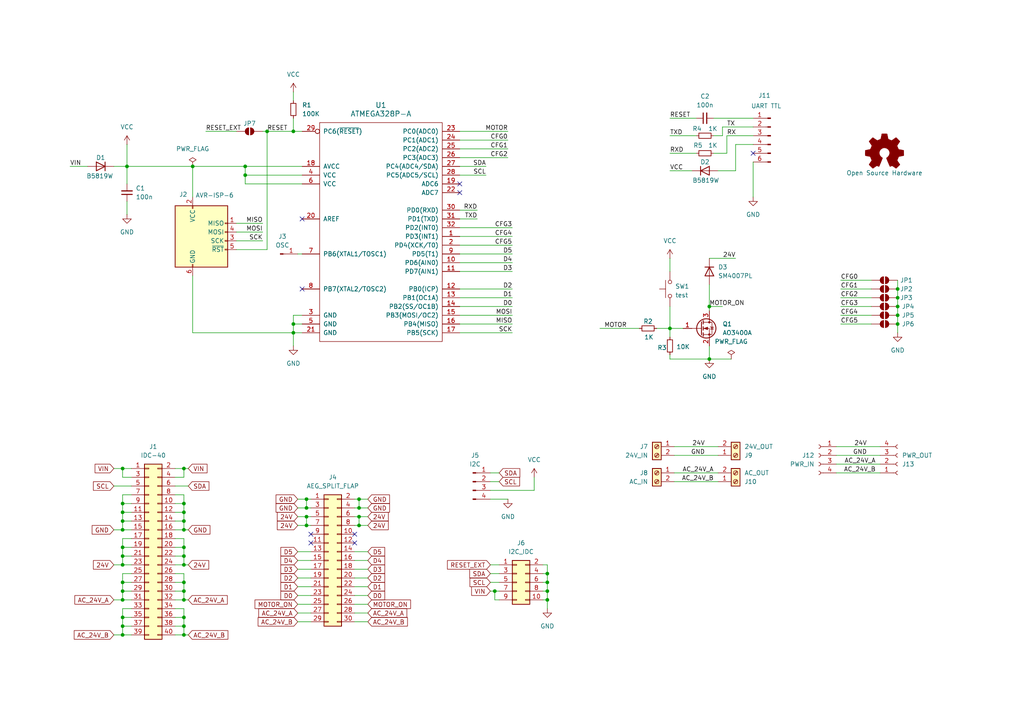
<source format=kicad_sch>
(kicad_sch (version 20231120) (generator "eeschema") (generator_version "8.0")
  (paper "A4")
  (title_block (title "Split-flap display controller") (date "2025-08-29") (rev "1.0.0"))
  (lib_symbols
    (symbol "Connector:AVR-ISP-6" (pin_names (offset 1.016))
      (property "Reference" "J" (at -6.35 11.43 0))
      (property "Value" "AVR-ISP-6" (at 0 11.43 0))
      (symbol "AVR-ISP-6_1_1"
        (pin passive line (at 10.16 5.08 180) (length 2.54) (name "MISO") (number "1"))
        (pin passive line (at -2.54 12.7 270) (length 2.54) (name "VCC") (number "2"))
        (pin passive line (at 10.16 0 180) (length 2.54) (name "SCK") (number "3"))
        (pin passive line (at 10.16 2.54 180) (length 2.54) (name "MOSI") (number "4"))
        (pin passive line (at 10.16 -2.54 180) (length 2.54) (name "~{RST}") (number "5"))
        (pin passive line (at -2.54 -10.16 90) (length 2.54) (name "GND") (number "6"))
      )
    )
    (symbol "Connector:Conn_01x01_Pin" (pin_names (offset 1.016) hide)
      (property "Reference" "J" (at 0 2.54 0))
      (property "Value" "Conn_01x01_Pin" (at 0 -2.54 0))
      (symbol "Conn_01x01_Pin_1_1"
        (pin passive line (at 5.08 0 180) (length 3.81) (name "Pin_1") (number "1"))
      )
    )
    (symbol "Connector:Conn_01x04_Pin" (pin_names (offset 1.016) hide)
      (property "Reference" "J" (at 0 5.08 0))
      (property "Value" "Conn_01x04_Pin" (at 0 -7.62 0))
      (symbol "Conn_01x04_Pin_1_1"
        (pin passive line (at 5.08 2.54 180) (length 3.81) (name "Pin_1") (number "1"))
        (pin passive line (at 5.08 0 180) (length 3.81) (name "Pin_2") (number "2"))
        (pin passive line (at 5.08 -2.54 180) (length 3.81) (name "Pin_3") (number "3"))
        (pin passive line (at 5.08 -5.08 180) (length 3.81) (name "Pin_4") (number "4"))
      )
    )
    (symbol "Connector:Conn_01x04_Socket" (pin_names (offset 1.016) hide)
      (property "Reference" "J" (at 0 5.08 0))
      (property "Value" "Conn_01x04_Socket" (at 0 -7.62 0))
      (symbol "Conn_01x04_Socket_1_1"
        (pin passive line (at -5.08 2.54 0) (length 3.81) (name "Pin_1") (number "1"))
        (pin passive line (at -5.08 0 0) (length 3.81) (name "Pin_2") (number "2"))
        (pin passive line (at -5.08 -2.54 0) (length 3.81) (name "Pin_3") (number "3"))
        (pin passive line (at -5.08 -5.08 0) (length 3.81) (name "Pin_4") (number "4"))
      )
    )
    (symbol "Connector:Conn_01x06_Pin" (pin_names (offset 1.016) hide)
      (property "Reference" "J" (at 0 7.62 0))
      (property "Value" "Conn_01x06_Pin" (at 0 -10.16 0))
      (symbol "Conn_01x06_Pin_1_1"
        (pin passive line (at 5.08 5.08 180) (length 3.81) (name "Pin_1") (number "1"))
        (pin passive line (at 5.08 2.54 180) (length 3.81) (name "Pin_2") (number "2"))
        (pin passive line (at 5.08 0 180) (length 3.81) (name "Pin_3") (number "3"))
        (pin passive line (at 5.08 -2.54 180) (length 3.81) (name "Pin_4") (number "4"))
        (pin passive line (at 5.08 -5.08 180) (length 3.81) (name "Pin_5") (number "5"))
        (pin passive line (at 5.08 -7.62 180) (length 3.81) (name "Pin_6") (number "6"))
      )
    )
    (symbol "Connector:Screw_Terminal_01x02" (pin_names (offset 1.016) hide)
      (property "Reference" "J" (at 0 2.54 0))
      (property "Value" "Screw_Terminal_01x02" (at 0 -5.08 0))
      (symbol "Screw_Terminal_01x02_1_1"
        (pin passive line (at -5.08 0 0) (length 3.81) (name "Pin_1") (number "1"))
        (pin passive line (at -5.08 -2.54 0) (length 3.81) (name "Pin_2") (number "2"))
      )
    )
    (symbol "Connector_Generic:Conn_02x05_Odd_Even" (pin_names (offset 1.016) hide)
      (property "Reference" "J" (at 1.27 7.62 0))
      (property "Value" "Conn_02x05_Odd_Even" (at 1.27 -7.62 0))
      (symbol "Conn_02x05_Odd_Even_1_1"
        (pin passive line (at -5.08 5.08 0) (length 3.81) (name "Pin_1") (number "1"))
        (pin passive line (at 7.62 -5.08 180) (length 3.81) (name "Pin_10") (number "10"))
        (pin passive line (at 7.62 5.08 180) (length 3.81) (name "Pin_2") (number "2"))
        (pin passive line (at -5.08 2.54 0) (length 3.81) (name "Pin_3") (number "3"))
        (pin passive line (at 7.62 2.54 180) (length 3.81) (name "Pin_4") (number "4"))
        (pin passive line (at -5.08 0 0) (length 3.81) (name "Pin_5") (number "5"))
        (pin passive line (at 7.62 0 180) (length 3.81) (name "Pin_6") (number "6"))
        (pin passive line (at -5.08 -2.54 0) (length 3.81) (name "Pin_7") (number "7"))
        (pin passive line (at 7.62 -2.54 180) (length 3.81) (name "Pin_8") (number "8"))
        (pin passive line (at -5.08 -5.08 0) (length 3.81) (name "Pin_9") (number "9"))
      )
    )
    (symbol "Connector_Generic:Conn_02x15_Odd_Even" (pin_names (offset 1.016) hide)
      (property "Reference" "J" (at 1.27 20.32 0))
      (property "Value" "Conn_02x15_Odd_Even" (at 1.27 -20.32 0))
      (symbol "Conn_02x15_Odd_Even_1_1"
        (pin passive line (at -5.08 17.78 0) (length 3.81) (name "Pin_1") (number "1"))
        (pin passive line (at 7.62 7.62 180) (length 3.81) (name "Pin_10") (number "10"))
        (pin passive line (at -5.08 5.08 0) (length 3.81) (name "Pin_11") (number "11"))
        (pin passive line (at 7.62 5.08 180) (length 3.81) (name "Pin_12") (number "12"))
        (pin passive line (at -5.08 2.54 0) (length 3.81) (name "Pin_13") (number "13"))
        (pin passive line (at 7.62 2.54 180) (length 3.81) (name "Pin_14") (number "14"))
        (pin passive line (at -5.08 0 0) (length 3.81) (name "Pin_15") (number "15"))
        (pin passive line (at 7.62 0 180) (length 3.81) (name "Pin_16") (number "16"))
        (pin passive line (at -5.08 -2.54 0) (length 3.81) (name "Pin_17") (number "17"))
        (pin passive line (at 7.62 -2.54 180) (length 3.81) (name "Pin_18") (number "18"))
        (pin passive line (at -5.08 -5.08 0) (length 3.81) (name "Pin_19") (number "19"))
        (pin passive line (at 7.62 17.78 180) (length 3.81) (name "Pin_2") (number "2"))
        (pin passive line (at 7.62 -5.08 180) (length 3.81) (name "Pin_20") (number "20"))
        (pin passive line (at -5.08 -7.62 0) (length 3.81) (name "Pin_21") (number "21"))
        (pin passive line (at 7.62 -7.62 180) (length 3.81) (name "Pin_22") (number "22"))
        (pin passive line (at -5.08 -10.16 0) (length 3.81) (name "Pin_23") (number "23"))
        (pin passive line (at 7.62 -10.16 180) (length 3.81) (name "Pin_24") (number "24"))
        (pin passive line (at -5.08 -12.7 0) (length 3.81) (name "Pin_25") (number "25"))
        (pin passive line (at 7.62 -12.7 180) (length 3.81) (name "Pin_26") (number "26"))
        (pin passive line (at -5.08 -15.24 0) (length 3.81) (name "Pin_27") (number "27"))
        (pin passive line (at 7.62 -15.24 180) (length 3.81) (name "Pin_28") (number "28"))
        (pin passive line (at -5.08 -17.78 0) (length 3.81) (name "Pin_29") (number "29"))
        (pin passive line (at -5.08 15.24 0) (length 3.81) (name "Pin_3") (number "3"))
        (pin passive line (at 7.62 -17.78 180) (length 3.81) (name "Pin_30") (number "30"))
        (pin passive line (at 7.62 15.24 180) (length 3.81) (name "Pin_4") (number "4"))
        (pin passive line (at -5.08 12.7 0) (length 3.81) (name "Pin_5") (number "5"))
        (pin passive line (at 7.62 12.7 180) (length 3.81) (name "Pin_6") (number "6"))
        (pin passive line (at -5.08 10.16 0) (length 3.81) (name "Pin_7") (number "7"))
        (pin passive line (at 7.62 10.16 180) (length 3.81) (name "Pin_8") (number "8"))
        (pin passive line (at -5.08 7.62 0) (length 3.81) (name "Pin_9") (number "9"))
      )
    )
    (symbol "Connector_Generic:Conn_02x20_Odd_Even" (pin_names (offset 1.016) hide)
      (property "Reference" "J" (at 1.27 25.4 0))
      (property "Value" "Conn_02x20_Odd_Even" (at 1.27 -27.94 0))
      (symbol "Conn_02x20_Odd_Even_1_1"
        (pin passive line (at -5.08 22.86 0) (length 3.81) (name "Pin_1") (number "1"))
        (pin passive line (at 7.62 12.7 180) (length 3.81) (name "Pin_10") (number "10"))
        (pin passive line (at -5.08 10.16 0) (length 3.81) (name "Pin_11") (number "11"))
        (pin passive line (at 7.62 10.16 180) (length 3.81) (name "Pin_12") (number "12"))
        (pin passive line (at -5.08 7.62 0) (length 3.81) (name "Pin_13") (number "13"))
        (pin passive line (at 7.62 7.62 180) (length 3.81) (name "Pin_14") (number "14"))
        (pin passive line (at -5.08 5.08 0) (length 3.81) (name "Pin_15") (number "15"))
        (pin passive line (at 7.62 5.08 180) (length 3.81) (name "Pin_16") (number "16"))
        (pin passive line (at -5.08 2.54 0) (length 3.81) (name "Pin_17") (number "17"))
        (pin passive line (at 7.62 2.54 180) (length 3.81) (name "Pin_18") (number "18"))
        (pin passive line (at -5.08 0 0) (length 3.81) (name "Pin_19") (number "19"))
        (pin passive line (at 7.62 22.86 180) (length 3.81) (name "Pin_2") (number "2"))
        (pin passive line (at 7.62 0 180) (length 3.81) (name "Pin_20") (number "20"))
        (pin passive line (at -5.08 -2.54 0) (length 3.81) (name "Pin_21") (number "21"))
        (pin passive line (at 7.62 -2.54 180) (length 3.81) (name "Pin_22") (number "22"))
        (pin passive line (at -5.08 -5.08 0) (length 3.81) (name "Pin_23") (number "23"))
        (pin passive line (at 7.62 -5.08 180) (length 3.81) (name "Pin_24") (number "24"))
        (pin passive line (at -5.08 -7.62 0) (length 3.81) (name "Pin_25") (number "25"))
        (pin passive line (at 7.62 -7.62 180) (length 3.81) (name "Pin_26") (number "26"))
        (pin passive line (at -5.08 -10.16 0) (length 3.81) (name "Pin_27") (number "27"))
        (pin passive line (at 7.62 -10.16 180) (length 3.81) (name "Pin_28") (number "28"))
        (pin passive line (at -5.08 -12.7 0) (length 3.81) (name "Pin_29") (number "29"))
        (pin passive line (at -5.08 20.32 0) (length 3.81) (name "Pin_3") (number "3"))
        (pin passive line (at 7.62 -12.7 180) (length 3.81) (name "Pin_30") (number "30"))
        (pin passive line (at -5.08 -15.24 0) (length 3.81) (name "Pin_31") (number "31"))
        (pin passive line (at 7.62 -15.24 180) (length 3.81) (name "Pin_32") (number "32"))
        (pin passive line (at -5.08 -17.78 0) (length 3.81) (name "Pin_33") (number "33"))
        (pin passive line (at 7.62 -17.78 180) (length 3.81) (name "Pin_34") (number "34"))
        (pin passive line (at -5.08 -20.32 0) (length 3.81) (name "Pin_35") (number "35"))
        (pin passive line (at 7.62 -20.32 180) (length 3.81) (name "Pin_36") (number "36"))
        (pin passive line (at -5.08 -22.86 0) (length 3.81) (name "Pin_37") (number "37"))
        (pin passive line (at 7.62 -22.86 180) (length 3.81) (name "Pin_38") (number "38"))
        (pin passive line (at -5.08 -25.4 0) (length 3.81) (name "Pin_39") (number "39"))
        (pin passive line (at 7.62 20.32 180) (length 3.81) (name "Pin_4") (number "4"))
        (pin passive line (at 7.62 -25.4 180) (length 3.81) (name "Pin_40") (number "40"))
        (pin passive line (at -5.08 17.78 0) (length 3.81) (name "Pin_5") (number "5"))
        (pin passive line (at 7.62 17.78 180) (length 3.81) (name "Pin_6") (number "6"))
        (pin passive line (at -5.08 15.24 0) (length 3.81) (name "Pin_7") (number "7"))
        (pin passive line (at 7.62 15.24 180) (length 3.81) (name "Pin_8") (number "8"))
        (pin passive line (at -5.08 12.7 0) (length 3.81) (name "Pin_9") (number "9"))
      )
    )
    (symbol "Device:C_Small" (pin_numbers hide) (pin_names (offset 0.254) hide)
      (property "Reference" "C" (at 0.254 1.778 0))
      (property "Value" "C_Small" (at 0.254 -2.032 0))
      (symbol "C_Small_1_1"
        (pin passive line (at 0 2.54 270) (length 2.032) (name "~") (number "1"))
        (pin passive line (at 0 -2.54 90) (length 2.032) (name "~") (number "2"))
      )
    )
    (symbol "Device:D" (pin_numbers hide) (pin_names (offset 1.016) hide)
      (property "Reference" "D" (at 0 2.54 0))
      (property "Value" "D" (at 0 -2.54 0))
      (symbol "D_1_1"
        (pin passive line (at -3.81 0 0) (length 2.54) (name "K") (number "1"))
        (pin passive line (at 3.81 0 180) (length 2.54) (name "A") (number "2"))
      )
    )
    (symbol "Device:R_Small" (pin_numbers hide) (pin_names (offset 0.254) hide)
      (property "Reference" "R" (at 0.762 0.508 0))
      (property "Value" "R_Small" (at 0.762 -1.016 0))
      (symbol "R_Small_1_1"
        (pin passive line (at 0 2.54 270) (length 0.762) (name "~") (number "1"))
        (pin passive line (at 0 -2.54 90) (length 0.762) (name "~") (number "2"))
      )
    )
    (symbol "Graphic:Logo_Open_Hardware_Small" (in_bom no) (on_board no))
    (symbol "Jumper:SolderJumper_2_Open" (pin_numbers hide) (pin_names (offset 0) hide) (exclude_from_sim yes) (in_bom no)
      (property "Reference" "JP" (at 0 2.032 0))
      (property "Value" "SolderJumper_2_Open" (at 0 -2.54 0))
      (symbol "SolderJumper_2_Open_1_1"
        (pin passive line (at -3.81 0 0) (length 2.54) (name "A") (number "1"))
        (pin passive line (at 3.81 0 180) (length 2.54) (name "B") (number "2"))
      )
    )
    (symbol "SKiselev:ATMEGA328P-A" (pin_names (offset 1.016))
      (property "Reference" "U" (at -17.78 33.02 0))
      (property "Value" "ATMEGA328P-A" (at -17.78 -34.29 0))
      (symbol "ATMEGA328P-A_1_1"
        (pin bidirectional line (at 22.86 -1.27 180) (length 5.08) (name "PD3(INT1)") (number "1"))
        (pin bidirectional line (at 22.86 -8.89 180) (length 5.08) (name "PD6(AIN0)") (number "10"))
        (pin bidirectional line (at 22.86 -11.43 180) (length 5.08) (name "PD7(AIN1)") (number "11"))
        (pin bidirectional line (at 22.86 -16.51 180) (length 5.08) (name "PB0(ICP)") (number "12"))
        (pin bidirectional line (at 22.86 -19.05 180) (length 5.08) (name "PB1(OC1A)") (number "13"))
        (pin bidirectional line (at 22.86 -21.59 180) (length 5.08) (name "PB2(SS/OC1B)") (number "14"))
        (pin bidirectional line (at 22.86 -24.13 180) (length 5.08) (name "PB3(MOSI/OC2)") (number "15"))
        (pin bidirectional line (at 22.86 -26.67 180) (length 5.08) (name "PB4(MISO)") (number "16"))
        (pin bidirectional line (at 22.86 -29.21 180) (length 5.08) (name "PB5(SCK)") (number "17"))
        (pin power_in line (at -22.86 19.05 0) (length 5.08) (name "AVCC") (number "18"))
        (pin bidirectional line (at 22.86 13.97 180) (length 5.08) (name "ADC6") (number "19"))
        (pin bidirectional line (at 22.86 -3.81 180) (length 5.08) (name "PD4(XCK/T0)") (number "2"))
        (pin input line (at -22.86 3.81 0) (length 5.08) (name "AREF") (number "20"))
        (pin power_in line (at -22.86 -29.21 0) (length 5.08) (name "GND") (number "21"))
        (pin bidirectional line (at 22.86 11.43 180) (length 5.08) (name "ADC7") (number "22"))
        (pin bidirectional line (at 22.86 29.21 180) (length 5.08) (name "PC0(ADC0)") (number "23"))
        (pin bidirectional line (at 22.86 26.67 180) (length 5.08) (name "PC1(ADC1)") (number "24"))
        (pin bidirectional line (at 22.86 24.13 180) (length 5.08) (name "PC2(ADC2)") (number "25"))
        (pin bidirectional line (at 22.86 21.59 180) (length 5.08) (name "PC3(ADC3)") (number "26"))
        (pin bidirectional line (at 22.86 19.05 180) (length 5.08) (name "PC4(ADC4/SDA)") (number "27"))
        (pin bidirectional line (at 22.86 16.51 180) (length 5.08) (name "PC5(ADC5/SCL)") (number "28"))
        (pin bidirectional inverted (at -22.86 29.21 0) (length 5.08) (name "PC6(~{RESET})") (number "29"))
        (pin power_in line (at -22.86 -24.13 0) (length 5.08) (name "GND") (number "3"))
        (pin bidirectional line (at 22.86 6.35 180) (length 5.08) (name "PD0(RXD)") (number "30"))
        (pin bidirectional line (at 22.86 3.81 180) (length 5.08) (name "PD1(TXD)") (number "31"))
        (pin bidirectional line (at 22.86 1.27 180) (length 5.08) (name "PD2(INT0)") (number "32"))
        (pin power_in line (at -22.86 16.51 0) (length 5.08) (name "VCC") (number "4"))
        (pin power_in line (at -22.86 -26.67 0) (length 5.08) (name "GND") (number "5"))
        (pin power_in line (at -22.86 13.97 0) (length 5.08) (name "VCC") (number "6"))
        (pin input line (at -22.86 -6.35 0) (length 5.08) (name "PB6(XTAL1/TOSC1)") (number "7"))
        (pin output line (at -22.86 -16.51 0) (length 5.08) (name "PB7(XTAL2/TOSC2)") (number "8"))
        (pin bidirectional line (at 22.86 -6.35 180) (length 5.08) (name "PD5(T1)") (number "9"))
      )
    )
    (symbol "Switch:SW_Push" (pin_numbers hide) (pin_names (offset 1.016) hide)
      (property "Reference" "SW" (at 1.27 2.54 0))
      (property "Value" "SW_Push" (at 0 -1.524 0))
      (symbol "SW_Push_0_1"
        (pin passive line (at -5.08 0 0) (length 2.54) (name "1") (number "1"))
        (pin passive line (at 5.08 0 180) (length 2.54) (name "2") (number "2"))
      )
    )
    (symbol "Transistor_FET:AO3400A" (pin_names hide)
      (property "Reference" "Q" (at 5.08 1.905 0))
      (property "Value" "AO3400A" (at 5.08 0 0))
      (symbol "AO3400A_1_1"
        (pin input line (at -5.08 0 0) (length 2.54) (name "G") (number "1"))
        (pin passive line (at 2.54 -5.08 90) (length 2.54) (name "S") (number "2"))
        (pin passive line (at 2.54 5.08 270) (length 2.54) (name "D") (number "3"))
      )
    )
    (symbol "power:GND" (power) (pin_numbers hide) (pin_names (offset 0) hide)
      (property "Value" "GND" (at 0 -3.81 0))
      (symbol "GND_1_1"
        (pin power_in line (at 0 0 270) (length 0) (name "~") (number "1"))
      )
    )
    (symbol "power:PWR_FLAG" (power) (pin_numbers hide) (pin_names (offset 0) hide)
      (property "Value" "PWR_FLAG" (at 0 3.81 0))
      (symbol "PWR_FLAG_0_0"
        (pin power_out line (at 0 0 90) (length 0) (name "~") (number "1"))
      )
    )
    (symbol "power:VCC" (power) (pin_numbers hide) (pin_names (offset 0) hide)
      (property "Value" "VCC" (at 0 3.556 0))
      (symbol "VCC_1_1"
        (pin power_in line (at 0 0 90) (length 0) (name "~") (number "1"))
      )
    )
  )
  (junction (at 158.75 166.37))
  (junction (at 88.9 144.78))
  (junction (at 158.75 168.91))
  (junction (at 53.34 161.29))
  (junction (at 205.74 88.9))
  (junction (at 35.56 158.75))
  (junction (at 260.35 88.9))
  (junction (at 77.47 38.1))
  (junction (at 35.56 161.29))
  (junction (at 85.09 96.52))
  (junction (at 35.56 148.59))
  (junction (at 35.56 135.89))
  (junction (at 71.12 48.26))
  (junction (at 260.35 86.36))
  (junction (at 88.9 149.86))
  (junction (at 88.9 147.32))
  (junction (at 35.56 179.07))
  (junction (at 158.75 171.45))
  (junction (at 104.14 152.4))
  (junction (at 88.9 152.4))
  (junction (at 55.88 48.26))
  (junction (at 104.14 147.32))
  (junction (at 53.34 163.83))
  (junction (at 53.34 173.99))
  (junction (at 35.56 173.99))
  (junction (at 36.83 48.26))
  (junction (at 35.56 181.61))
  (junction (at 35.56 171.45))
  (junction (at 53.34 168.91))
  (junction (at 53.34 179.07))
  (junction (at 53.34 171.45))
  (junction (at 35.56 153.67))
  (junction (at 35.56 151.13))
  (junction (at 35.56 168.91))
  (junction (at 35.56 184.15))
  (junction (at 158.75 173.99))
  (junction (at 53.34 135.89))
  (junction (at 104.14 144.78))
  (junction (at 35.56 146.05))
  (junction (at 260.35 93.98))
  (junction (at 85.09 93.98))
  (junction (at 205.74 104.14))
  (junction (at 53.34 146.05))
  (junction (at 104.14 149.86))
  (junction (at 143.51 171.45))
  (junction (at 85.09 38.1))
  (junction (at 53.34 184.15))
  (junction (at 53.34 153.67))
  (junction (at 260.35 83.82))
  (junction (at 194.31 95.25))
  (junction (at 53.34 181.61))
  (junction (at 53.34 158.75))
  (junction (at 260.35 91.44))
  (junction (at 53.34 151.13))
  (junction (at 71.12 50.8))
  (junction (at 53.34 148.59))
  (junction (at 35.56 163.83))
  (no_connect (at 87.63 83.82))
  (no_connect (at 133.35 53.34))
  (no_connect (at 102.87 154.94))
  (no_connect (at 90.17 157.48))
  (no_connect (at 102.87 157.48))
  (no_connect (at 87.63 63.5))
  (no_connect (at 90.17 154.94))
  (no_connect (at 218.44 44.45))
  (no_connect (at 133.35 55.88))
  (wire (pts (xy 142.24 163.83) (xy 144.78 163.83)))
  (wire (pts (xy 53.34 179.07) (xy 53.34 181.61)))
  (wire (pts (xy 53.34 184.15) (xy 54.61 184.15)))
  (wire (pts (xy 190.5 95.25) (xy 194.31 95.25)))
  (wire (pts (xy 53.34 163.83) (xy 54.61 163.83)))
  (wire (pts (xy 106.68 172.72) (xy 102.87 172.72)))
  (wire (pts (xy 260.35 83.82) (xy 260.35 81.28)))
  (wire (pts (xy 38.1 143.51) (xy 35.56 143.51)))
  (wire (pts (xy 85.09 91.44) (xy 87.63 91.44)))
  (wire (pts (xy 143.51 171.45) (xy 144.78 171.45)))
  (wire (pts (xy 53.34 156.21) (xy 53.34 158.75)))
  (wire (pts (xy 133.35 43.18) (xy 147.32 43.18)))
  (wire (pts (xy 35.56 179.07) (xy 35.56 181.61)))
  (wire (pts (xy 106.68 147.32) (xy 104.14 147.32)))
  (wire (pts (xy 133.35 86.36) (xy 148.59 86.36)))
  (wire (pts (xy 158.75 171.45) (xy 158.75 173.99)))
  (wire (pts (xy 50.8 168.91) (xy 53.34 168.91)))
  (wire (pts (xy 260.35 86.36) (xy 260.35 83.82)))
  (wire (pts (xy 33.02 163.83) (xy 35.56 163.83)))
  (wire (pts (xy 86.36 180.34) (xy 90.17 180.34)))
  (wire (pts (xy 143.51 173.99) (xy 144.78 173.99)))
  (wire (pts (xy 20.32 48.26) (xy 25.4 48.26)))
  (wire (pts (xy 213.36 41.91) (xy 218.44 41.91)))
  (wire (pts (xy 157.48 171.45) (xy 158.75 171.45)))
  (wire (pts (xy 207.01 44.45) (xy 210.82 44.45)))
  (wire (pts (xy 133.35 68.58) (xy 148.59 68.58)))
  (wire (pts (xy 50.8 135.89) (xy 53.34 135.89)))
  (wire (pts (xy 243.84 93.98) (xy 252.73 93.98)))
  (wire (pts (xy 243.84 91.44) (xy 252.73 91.44)))
  (wire (pts (xy 243.84 88.9) (xy 252.73 88.9)))
  (wire (pts (xy 33.02 48.26) (xy 36.83 48.26)))
  (wire (pts (xy 50.8 148.59) (xy 53.34 148.59)))
  (wire (pts (xy 50.8 173.99) (xy 53.34 173.99)))
  (wire (pts (xy 35.56 171.45) (xy 35.56 173.99)))
  (wire (pts (xy 106.68 152.4) (xy 104.14 152.4)))
  (wire (pts (xy 38.1 176.53) (xy 35.56 176.53)))
  (wire (pts (xy 195.58 139.7) (xy 208.28 139.7)))
  (wire (pts (xy 205.74 100.33) (xy 205.74 104.14)))
  (wire (pts (xy 106.68 149.86) (xy 104.14 149.86)))
  (wire (pts (xy 194.31 102.87) (xy 194.31 104.14)))
  (wire (pts (xy 194.31 88.9) (xy 194.31 95.25)))
  (wire (pts (xy 35.56 168.91) (xy 35.56 171.45)))
  (wire (pts (xy 86.36 147.32) (xy 88.9 147.32)))
  (wire (pts (xy 86.36 175.26) (xy 90.17 175.26)))
  (wire (pts (xy 35.56 153.67) (xy 38.1 153.67)))
  (wire (pts (xy 207.01 39.37) (xy 209.55 39.37)))
  (wire (pts (xy 33.02 173.99) (xy 35.56 173.99)))
  (wire (pts (xy 142.24 168.91) (xy 144.78 168.91)))
  (wire (pts (xy 142.24 144.78) (xy 147.32 144.78)))
  (wire (pts (xy 88.9 149.86) (xy 90.17 149.86)))
  (wire (pts (xy 35.56 151.13) (xy 35.56 153.67)))
  (wire (pts (xy 209.55 39.37) (xy 209.55 36.83)))
  (wire (pts (xy 50.8 176.53) (xy 53.34 176.53)))
  (wire (pts (xy 142.24 137.16) (xy 144.78 137.16)))
  (wire (pts (xy 33.02 140.97) (xy 38.1 140.97)))
  (wire (pts (xy 133.35 66.04) (xy 148.59 66.04)))
  (wire (pts (xy 55.88 57.15) (xy 55.88 48.26)))
  (wire (pts (xy 55.88 96.52) (xy 55.88 80.01)))
  (wire (pts (xy 35.56 184.15) (xy 38.1 184.15)))
  (wire (pts (xy 38.1 156.21) (xy 35.56 156.21)))
  (wire (pts (xy 210.82 39.37) (xy 218.44 39.37)))
  (wire (pts (xy 50.8 143.51) (xy 53.34 143.51)))
  (wire (pts (xy 50.8 184.15) (xy 53.34 184.15)))
  (wire (pts (xy 194.31 104.14) (xy 205.74 104.14)))
  (wire (pts (xy 194.31 44.45) (xy 201.93 44.45)))
  (wire (pts (xy 85.09 93.98) (xy 85.09 91.44)))
  (wire (pts (xy 157.48 168.91) (xy 158.75 168.91)))
  (wire (pts (xy 68.58 69.85) (xy 76.2 69.85)))
  (wire (pts (xy 205.74 88.9) (xy 209.55 88.9)))
  (wire (pts (xy 50.8 161.29) (xy 53.34 161.29)))
  (wire (pts (xy 50.8 179.07) (xy 53.34 179.07)))
  (wire (pts (xy 86.36 73.66) (xy 87.63 73.66)))
  (wire (pts (xy 194.31 34.29) (xy 201.93 34.29)))
  (wire (pts (xy 194.31 39.37) (xy 201.93 39.37)))
  (wire (pts (xy 194.31 95.25) (xy 198.12 95.25)))
  (wire (pts (xy 68.58 64.77) (xy 76.2 64.77)))
  (wire (pts (xy 133.35 88.9) (xy 148.59 88.9)))
  (wire (pts (xy 106.68 165.1) (xy 102.87 165.1)))
  (wire (pts (xy 133.35 50.8) (xy 140.97 50.8)))
  (wire (pts (xy 207.01 34.29) (xy 218.44 34.29)))
  (wire (pts (xy 205.74 88.9) (xy 205.74 90.17)))
  (wire (pts (xy 85.09 100.33) (xy 85.09 96.52)))
  (wire (pts (xy 35.56 163.83) (xy 38.1 163.83)))
  (wire (pts (xy 213.36 49.53) (xy 213.36 41.91)))
  (wire (pts (xy 50.8 163.83) (xy 53.34 163.83)))
  (wire (pts (xy 154.94 142.24) (xy 142.24 142.24)))
  (wire (pts (xy 88.9 147.32) (xy 90.17 147.32)))
  (wire (pts (xy 260.35 93.98) (xy 260.35 96.52)))
  (wire (pts (xy 242.57 137.16) (xy 255.27 137.16)))
  (wire (pts (xy 154.94 138.43) (xy 154.94 142.24)))
  (wire (pts (xy 35.56 158.75) (xy 35.56 161.29)))
  (wire (pts (xy 35.56 181.61) (xy 38.1 181.61)))
  (wire (pts (xy 106.68 177.8) (xy 102.87 177.8)))
  (wire (pts (xy 86.36 152.4) (xy 88.9 152.4)))
  (wire (pts (xy 53.34 166.37) (xy 53.34 168.91)))
  (wire (pts (xy 35.56 173.99) (xy 38.1 173.99)))
  (wire (pts (xy 205.74 82.55) (xy 205.74 88.9)))
  (wire (pts (xy 35.56 148.59) (xy 38.1 148.59)))
  (wire (pts (xy 50.8 146.05) (xy 53.34 146.05)))
  (wire (pts (xy 59.69 38.1) (xy 68.58 38.1)))
  (wire (pts (xy 53.34 168.91) (xy 53.34 171.45)))
  (wire (pts (xy 106.68 180.34) (xy 102.87 180.34)))
  (wire (pts (xy 53.34 161.29) (xy 53.34 163.83)))
  (wire (pts (xy 195.58 132.08) (xy 208.28 132.08)))
  (wire (pts (xy 88.9 152.4) (xy 90.17 152.4)))
  (wire (pts (xy 106.68 160.02) (xy 102.87 160.02)))
  (wire (pts (xy 106.68 144.78) (xy 104.14 144.78)))
  (wire (pts (xy 53.34 135.89) (xy 54.61 135.89)))
  (wire (pts (xy 133.35 93.98) (xy 148.59 93.98)))
  (wire (pts (xy 35.56 179.07) (xy 38.1 179.07)))
  (wire (pts (xy 205.74 104.14) (xy 212.09 104.14)))
  (wire (pts (xy 173.99 95.25) (xy 185.42 95.25)))
  (wire (pts (xy 133.35 96.52) (xy 148.59 96.52)))
  (wire (pts (xy 53.34 173.99) (xy 54.61 173.99)))
  (wire (pts (xy 133.35 76.2) (xy 148.59 76.2)))
  (wire (pts (xy 36.83 48.26) (xy 55.88 48.26)))
  (wire (pts (xy 243.84 83.82) (xy 252.73 83.82)))
  (wire (pts (xy 209.55 36.83) (xy 218.44 36.83)))
  (wire (pts (xy 53.34 158.75) (xy 53.34 161.29)))
  (wire (pts (xy 86.36 149.86) (xy 88.9 149.86)))
  (wire (pts (xy 53.34 151.13) (xy 53.34 153.67)))
  (wire (pts (xy 242.57 132.08) (xy 255.27 132.08)))
  (wire (pts (xy 194.31 97.79) (xy 194.31 95.25)))
  (wire (pts (xy 53.34 171.45) (xy 53.34 173.99)))
  (wire (pts (xy 106.68 175.26) (xy 102.87 175.26)))
  (wire (pts (xy 35.56 143.51) (xy 35.56 146.05)))
  (wire (pts (xy 35.56 176.53) (xy 35.56 179.07)))
  (wire (pts (xy 260.35 91.44) (xy 260.35 88.9)))
  (wire (pts (xy 50.8 171.45) (xy 53.34 171.45)))
  (wire (pts (xy 35.56 138.43) (xy 38.1 138.43)))
  (wire (pts (xy 104.14 149.86) (xy 102.87 149.86)))
  (wire (pts (xy 133.35 38.1) (xy 147.32 38.1)))
  (wire (pts (xy 133.35 60.96) (xy 138.43 60.96)))
  (wire (pts (xy 104.14 152.4) (xy 102.87 152.4)))
  (wire (pts (xy 104.14 149.86) (xy 104.14 152.4)))
  (wire (pts (xy 243.84 86.36) (xy 252.73 86.36)))
  (wire (pts (xy 86.36 144.78) (xy 88.9 144.78)))
  (wire (pts (xy 106.68 170.18) (xy 102.87 170.18)))
  (wire (pts (xy 88.9 144.78) (xy 88.9 147.32)))
  (wire (pts (xy 35.56 158.75) (xy 38.1 158.75)))
  (wire (pts (xy 50.8 140.97) (xy 54.61 140.97)))
  (wire (pts (xy 38.1 166.37) (xy 35.56 166.37)))
  (wire (pts (xy 104.14 144.78) (xy 104.14 147.32)))
  (wire (pts (xy 33.02 135.89) (xy 35.56 135.89)))
  (wire (pts (xy 142.24 166.37) (xy 144.78 166.37)))
  (wire (pts (xy 106.68 167.64) (xy 102.87 167.64)))
  (wire (pts (xy 50.8 158.75) (xy 53.34 158.75)))
  (wire (pts (xy 35.56 135.89) (xy 35.56 138.43)))
  (wire (pts (xy 260.35 86.36) (xy 260.35 88.9)))
  (wire (pts (xy 35.56 146.05) (xy 35.56 148.59)))
  (wire (pts (xy 86.36 172.72) (xy 90.17 172.72)))
  (wire (pts (xy 104.14 144.78) (xy 102.87 144.78)))
  (wire (pts (xy 242.57 134.62) (xy 255.27 134.62)))
  (wire (pts (xy 50.8 156.21) (xy 53.34 156.21)))
  (wire (pts (xy 36.83 41.91) (xy 36.83 48.26)))
  (wire (pts (xy 142.24 139.7) (xy 144.78 139.7)))
  (wire (pts (xy 77.47 72.39) (xy 77.47 38.1)))
  (wire (pts (xy 133.35 45.72) (xy 147.32 45.72)))
  (wire (pts (xy 71.12 48.26) (xy 71.12 50.8)))
  (wire (pts (xy 157.48 173.99) (xy 158.75 173.99)))
  (wire (pts (xy 158.75 168.91) (xy 158.75 171.45)))
  (wire (pts (xy 53.34 146.05) (xy 53.34 148.59)))
  (wire (pts (xy 133.35 48.26) (xy 140.97 48.26)))
  (wire (pts (xy 71.12 53.34) (xy 87.63 53.34)))
  (wire (pts (xy 68.58 67.31) (xy 76.2 67.31)))
  (wire (pts (xy 86.36 167.64) (xy 90.17 167.64)))
  (wire (pts (xy 36.83 58.42) (xy 36.83 62.23)))
  (wire (pts (xy 104.14 147.32) (xy 102.87 147.32)))
  (wire (pts (xy 35.56 151.13) (xy 38.1 151.13)))
  (wire (pts (xy 55.88 96.52) (xy 85.09 96.52)))
  (wire (pts (xy 158.75 173.99) (xy 158.75 176.53)))
  (wire (pts (xy 142.24 171.45) (xy 143.51 171.45)))
  (wire (pts (xy 35.56 161.29) (xy 38.1 161.29)))
  (wire (pts (xy 133.35 91.44) (xy 148.59 91.44)))
  (wire (pts (xy 35.56 161.29) (xy 35.56 163.83)))
  (wire (pts (xy 86.36 177.8) (xy 90.17 177.8)))
  (wire (pts (xy 50.8 181.61) (xy 53.34 181.61)))
  (wire (pts (xy 53.34 181.61) (xy 53.34 184.15)))
  (wire (pts (xy 88.9 144.78) (xy 90.17 144.78)))
  (wire (pts (xy 36.83 48.26) (xy 36.83 53.34)))
  (wire (pts (xy 195.58 137.16) (xy 208.28 137.16)))
  (wire (pts (xy 106.68 162.56) (xy 102.87 162.56)))
  (wire (pts (xy 210.82 44.45) (xy 210.82 39.37)))
  (wire (pts (xy 194.31 49.53) (xy 200.66 49.53)))
  (wire (pts (xy 208.28 49.53) (xy 213.36 49.53)))
  (wire (pts (xy 35.56 181.61) (xy 35.56 184.15)))
  (wire (pts (xy 76.2 38.1) (xy 77.47 38.1)))
  (wire (pts (xy 157.48 166.37) (xy 158.75 166.37)))
  (wire (pts (xy 33.02 153.67) (xy 35.56 153.67)))
  (wire (pts (xy 260.35 91.44) (xy 260.35 93.98)))
  (wire (pts (xy 86.36 162.56) (xy 90.17 162.56)))
  (wire (pts (xy 86.36 165.1) (xy 90.17 165.1)))
  (wire (pts (xy 133.35 63.5) (xy 138.43 63.5)))
  (wire (pts (xy 53.34 176.53) (xy 53.34 179.07)))
  (wire (pts (xy 77.47 38.1) (xy 85.09 38.1)))
  (wire (pts (xy 85.09 96.52) (xy 87.63 96.52)))
  (wire (pts (xy 157.48 163.83) (xy 158.75 163.83)))
  (wire (pts (xy 50.8 151.13) (xy 53.34 151.13)))
  (wire (pts (xy 38.1 146.05) (xy 35.56 146.05)))
  (wire (pts (xy 35.56 135.89) (xy 38.1 135.89)))
  (wire (pts (xy 158.75 166.37) (xy 158.75 168.91)))
  (wire (pts (xy 53.34 148.59) (xy 53.34 151.13)))
  (wire (pts (xy 33.02 184.15) (xy 35.56 184.15)))
  (wire (pts (xy 85.09 26.67) (xy 85.09 29.21)))
  (wire (pts (xy 35.56 166.37) (xy 35.56 168.91)))
  (wire (pts (xy 133.35 78.74) (xy 148.59 78.74)))
  (wire (pts (xy 85.09 34.29) (xy 85.09 38.1)))
  (wire (pts (xy 35.56 168.91) (xy 38.1 168.91)))
  (wire (pts (xy 35.56 171.45) (xy 38.1 171.45)))
  (wire (pts (xy 133.35 83.82) (xy 148.59 83.82)))
  (wire (pts (xy 194.31 74.93) (xy 194.31 78.74)))
  (wire (pts (xy 53.34 143.51) (xy 53.34 146.05)))
  (wire (pts (xy 86.36 160.02) (xy 90.17 160.02)))
  (wire (pts (xy 85.09 96.52) (xy 85.09 93.98)))
  (wire (pts (xy 133.35 71.12) (xy 148.59 71.12)))
  (wire (pts (xy 53.34 135.89) (xy 53.34 138.43)))
  (wire (pts (xy 68.58 72.39) (xy 77.47 72.39)))
  (wire (pts (xy 35.56 148.59) (xy 35.56 151.13)))
  (wire (pts (xy 218.44 57.15) (xy 218.44 46.99)))
  (wire (pts (xy 71.12 50.8) (xy 71.12 53.34)))
  (wire (pts (xy 133.35 73.66) (xy 148.59 73.66)))
  (wire (pts (xy 86.36 170.18) (xy 90.17 170.18)))
  (wire (pts (xy 71.12 48.26) (xy 87.63 48.26)))
  (wire (pts (xy 88.9 149.86) (xy 88.9 152.4)))
  (wire (pts (xy 50.8 153.67) (xy 53.34 153.67)))
  (wire (pts (xy 243.84 81.28) (xy 252.73 81.28)))
  (wire (pts (xy 53.34 153.67) (xy 54.61 153.67)))
  (wire (pts (xy 195.58 129.54) (xy 208.28 129.54)))
  (wire (pts (xy 213.36 74.93) (xy 205.74 74.93)))
  (wire (pts (xy 242.57 129.54) (xy 255.27 129.54)))
  (wire (pts (xy 53.34 138.43) (xy 50.8 138.43)))
  (wire (pts (xy 85.09 93.98) (xy 87.63 93.98)))
  (wire (pts (xy 158.75 163.83) (xy 158.75 166.37)))
  (wire (pts (xy 35.56 156.21) (xy 35.56 158.75)))
  (wire (pts (xy 85.09 38.1) (xy 87.63 38.1)))
  (wire (pts (xy 143.51 171.45) (xy 143.51 173.99)))
  (wire (pts (xy 50.8 166.37) (xy 53.34 166.37)))
  (wire (pts (xy 55.88 48.26) (xy 71.12 48.26)))
  (wire (pts (xy 133.35 40.64) (xy 147.32 40.64)))
  (wire (pts (xy 71.12 50.8) (xy 87.63 50.8)))
  (label "AC_24V_B" (at 207.01 139.7 180))
  (label "RESET_EXT" (at 59.69 38.1 0))
  (label "24V" (at 204.47 129.54 180))
  (label "D1" (at 148.59 86.36 180))
  (label "MISO" (at 76.2 64.77 180))
  (label "TX" (at 210.82 36.83 0))
  (label "MOTOR" (at 175.26 95.25 0))
  (label "TXD" (at 194.31 39.37 0))
  (label "D4" (at 148.59 76.2 180))
  (label "SCL" (at 140.97 50.8 180))
  (label "MISO" (at 148.59 93.98 180))
  (label "MOTOR_ON" (at 205.74 88.9 0))
  (label "CFG3" (at 243.84 88.9 0))
  (label "RXD" (at 138.43 60.96 180))
  (label "CFG0" (at 142.24 40.64 0))
  (label "SCK" (at 148.59 96.52 180))
  (label "CFG0" (at 243.84 81.28 0))
  (label "SDA" (at 140.97 48.26 180))
  (label "MOSI" (at 148.59 91.44 180))
  (label "CFG2" (at 243.84 86.36 0))
  (label "CFG5" (at 243.84 93.98 0))
  (label "CFG4" (at 243.84 91.44 0))
  (label "RESET" (at 194.31 34.29 0))
  (label "MOTOR" (at 147.32 38.1 180))
  (label "RXD" (at 194.31 44.45 0))
  (label "24V" (at 213.36 74.93 180))
  (label "CFG3" (at 143.51 66.04 0))
  (label "GND" (at 204.47 132.08 180))
  (label "GND" (at 251.46 132.08 180))
  (label "AC_24V_A" (at 254 134.62 180))
  (label "CFG2" (at 142.24 45.72 0))
  (label "SCK" (at 76.2 69.85 180))
  (label "D2" (at 148.59 83.82 180))
  (label "CFG1" (at 142.24 43.18 0))
  (label "D3" (at 148.59 78.74 180))
  (label "AC_24V_A" (at 207.01 137.16 180))
  (label "CFG1" (at 243.84 83.82 0))
  (label "AC_24V_B" (at 254 137.16 180))
  (label "24V" (at 251.46 129.54 180))
  (label "CFG4" (at 143.51 68.58 0))
  (label "CFG5" (at 143.51 71.12 0))
  (label "D0" (at 148.59 88.9 180))
  (label "D5" (at 148.59 73.66 180))
  (label "VCC" (at 194.31 49.53 0))
  (label "RESET" (at 77.47 38.1 0))
  (label "RX" (at 210.82 39.37 0))
  (label "MOSI" (at 76.2 67.31 180))
  (label "VIN" (at 20.32 48.26 0))
  (label "TXD" (at 138.43 63.5 180))
  (global_label "AC_24V_A" (shape input) (at 54.61 173.99 0) (property "Intersheetrefs" "${INTERSHEET_REFS}" (effects (hide yes))))
  (global_label "24V" (shape input) (at 86.36 152.4 180) (property "Intersheetrefs" "${INTERSHEET_REFS}" (effects (hide yes))))
  (global_label "24V" (shape input) (at 54.61 163.83 0) (property "Intersheetrefs" "${INTERSHEET_REFS}" (effects (hide yes))))
  (global_label "VIN" (shape input) (at 33.02 135.89 180) (property "Intersheetrefs" "${INTERSHEET_REFS}" (effects (hide yes))))
  (global_label "GND" (shape input) (at 106.68 144.78 0) (property "Intersheetrefs" "${INTERSHEET_REFS}" (effects (hide yes))))
  (global_label "D5" (shape input) (at 106.68 160.02 0) (property "Intersheetrefs" "${INTERSHEET_REFS}" (effects (hide yes))))
  (global_label "AC_24V_B" (shape input) (at 86.36 180.34 180) (property "Intersheetrefs" "${INTERSHEET_REFS}" (effects (hide yes))))
  (global_label "24V" (shape input) (at 86.36 149.86 180) (property "Intersheetrefs" "${INTERSHEET_REFS}" (effects (hide yes))))
  (global_label "AC_24V_B" (shape input) (at 106.68 180.34 0) (property "Intersheetrefs" "${INTERSHEET_REFS}" (effects (hide yes))))
  (global_label "D4" (shape input) (at 106.68 162.56 0) (property "Intersheetrefs" "${INTERSHEET_REFS}" (effects (hide yes))))
  (global_label "VIN" (shape input) (at 142.24 171.45 180) (property "Intersheetrefs" "${INTERSHEET_REFS}" (effects (hide yes))))
  (global_label "SDA" (shape input) (at 144.78 137.16 0) (property "Intersheetrefs" "${INTERSHEET_REFS}" (effects (hide yes))))
  (global_label "SCL" (shape input) (at 33.02 140.97 180) (property "Intersheetrefs" "${INTERSHEET_REFS}" (effects (hide yes))))
  (global_label "D2" (shape input) (at 106.68 167.64 0) (property "Intersheetrefs" "${INTERSHEET_REFS}" (effects (hide yes))))
  (global_label "GND" (shape input) (at 86.36 147.32 180) (property "Intersheetrefs" "${INTERSHEET_REFS}" (effects (hide yes))))
  (global_label "GND" (shape input) (at 86.36 144.78 180) (property "Intersheetrefs" "${INTERSHEET_REFS}" (effects (hide yes))))
  (global_label "MOTOR_ON" (shape input) (at 86.36 175.26 180) (property "Intersheetrefs" "${INTERSHEET_REFS}" (effects (hide yes))))
  (global_label "AC_24V_A" (shape input) (at 106.68 177.8 0) (property "Intersheetrefs" "${INTERSHEET_REFS}" (effects (hide yes))))
  (global_label "D4" (shape input) (at 86.36 162.56 180) (property "Intersheetrefs" "${INTERSHEET_REFS}" (effects (hide yes))))
  (global_label "24V" (shape input) (at 106.68 149.86 0) (property "Intersheetrefs" "${INTERSHEET_REFS}" (effects (hide yes))))
  (global_label "GND" (shape input) (at 54.61 153.67 0) (property "Intersheetrefs" "${INTERSHEET_REFS}" (effects (hide yes))))
  (global_label "GND" (shape input) (at 106.68 147.32 0) (property "Intersheetrefs" "${INTERSHEET_REFS}" (effects (hide yes))))
  (global_label "SDA" (shape input) (at 54.61 140.97 0) (property "Intersheetrefs" "${INTERSHEET_REFS}" (effects (hide yes))))
  (global_label "MOTOR_ON" (shape input) (at 106.68 175.26 0) (property "Intersheetrefs" "${INTERSHEET_REFS}" (effects (hide yes))))
  (global_label "AC_24V_A" (shape input) (at 86.36 177.8 180) (property "Intersheetrefs" "${INTERSHEET_REFS}" (effects (hide yes))))
  (global_label "AC_24V_B" (shape input) (at 54.61 184.15 0) (property "Intersheetrefs" "${INTERSHEET_REFS}" (effects (hide yes))))
  (global_label "SCL" (shape input) (at 144.78 139.7 0) (property "Intersheetrefs" "${INTERSHEET_REFS}" (effects (hide yes))))
  (global_label "D0" (shape input) (at 86.36 172.72 180) (property "Intersheetrefs" "${INTERSHEET_REFS}" (effects (hide yes))))
  (global_label "D0" (shape input) (at 106.68 172.72 0) (property "Intersheetrefs" "${INTERSHEET_REFS}" (effects (hide yes))))
  (global_label "VIN" (shape input) (at 54.61 135.89 0) (property "Intersheetrefs" "${INTERSHEET_REFS}" (effects (hide yes))))
  (global_label "SCL" (shape input) (at 142.24 168.91 180) (property "Intersheetrefs" "${INTERSHEET_REFS}" (effects (hide yes))))
  (global_label "D3" (shape input) (at 106.68 165.1 0) (property "Intersheetrefs" "${INTERSHEET_REFS}" (effects (hide yes))))
  (global_label "AC_24V_A" (shape input) (at 33.02 173.99 180) (property "Intersheetrefs" "${INTERSHEET_REFS}" (effects (hide yes))))
  (global_label "GND" (shape input) (at 33.02 153.67 180) (property "Intersheetrefs" "${INTERSHEET_REFS}" (effects (hide yes))))
  (global_label "D1" (shape input) (at 86.36 170.18 180) (property "Intersheetrefs" "${INTERSHEET_REFS}" (effects (hide yes))))
  (global_label "24V" (shape input) (at 33.02 163.83 180) (property "Intersheetrefs" "${INTERSHEET_REFS}" (effects (hide yes))))
  (global_label "D2" (shape input) (at 86.36 167.64 180) (property "Intersheetrefs" "${INTERSHEET_REFS}" (effects (hide yes))))
  (global_label "D5" (shape input) (at 86.36 160.02 180) (property "Intersheetrefs" "${INTERSHEET_REFS}" (effects (hide yes))))
  (global_label "D3" (shape input) (at 86.36 165.1 180) (property "Intersheetrefs" "${INTERSHEET_REFS}" (effects (hide yes))))
  (global_label "AC_24V_B" (shape input) (at 33.02 184.15 180) (property "Intersheetrefs" "${INTERSHEET_REFS}" (effects (hide yes))))
  (global_label "D1" (shape input) (at 106.68 170.18 0) (property "Intersheetrefs" "${INTERSHEET_REFS}" (effects (hide yes))))
  (global_label "24V" (shape input) (at 106.68 152.4 0) (property "Intersheetrefs" "${INTERSHEET_REFS}" (effects (hide yes))))
  (global_label "RESET_EXT" (shape input) (at 142.24 163.83 180) (property "Intersheetrefs" "${INTERSHEET_REFS}" (effects (hide yes))))
  (global_label "SDA" (shape input) (at 142.24 166.37 180) (property "Intersheetrefs" "${INTERSHEET_REFS}" (effects (hide yes))))
  (symbol (lib_id "Connector_Generic:Conn_02x05_Odd_Even") (at 149.86 168.91 0) (unit 1) (in_bom no)
    (property "Reference" "J6" (at 151.13 157.48 0))
    (property "Value" "I2C_IDC" (at 151.13 160.02 0))
    (property "Footprint" "Connector_IDC:IDC-Header_2x05_P2.54mm_Vertical" (effects (hide yes)))
    (property "Description" "Generic connector, double row, 02x05, odd/even pin numbering scheme (row 1 odd numbers, row 2 even numbers), script generated (kicad-library-utils/schlib/autogen/connector/)" (effects (hide yes)))
  )
  (symbol (lib_id "Device:R_Small") (at 187.96 95.25 90) (unit 1)
    (property "Reference" "R2" (at 187.96 93.218 90))
    (property "Value" "1K" (at 188.214 97.79 90))
    (property "Footprint" "Resistor_SMD:R_1206_3216Metric_Pad1.30x1.75mm_HandSolder" (effects (hide yes)))
    (property "Description" "Resistor, small symbol" (effects (hide yes)))
    (property "LCSC" "C4410" (effects (hide yes)))
  )
  (symbol (lib_id "Connector:AVR-ISP-6") (at 58.42 69.85 0) (unit 1) (in_bom no)
    (property "Reference" "J2" (at 54.356 56.388 0) (effects (justify right)))
    (property "Value" "AVR-ISP-6" (at 67.818 56.642 0) (effects (justify right)))
    (property "Footprint" "Connector_IDC:IDC-Header_2x03_P2.54mm_Vertical" (effects (hide yes)))
    (property "Description" "Atmel 6-pin ISP connector" (effects (hide yes)))
  )
  (symbol (lib_id "power:VCC") (at 36.83 41.91 0) (unit 1)
    (property "Reference" "#PWR02" (effects (hide yes)))
    (property "Value" "VCC" (at 36.83 36.83 0))
    (property "Description" "Power symbol creates a global label with name \"VCC\"" (effects (hide yes)))
  )
  (symbol (lib_id "power:GND") (at 158.75 176.53 0) (unit 1)
    (property "Reference" "#PWR06" (effects (hide yes)))
    (property "Value" "GND" (at 158.75 181.61 0))
    (property "Description" "Power symbol creates a global label with name \"GND\" , ground" (effects (hide yes)))
  )
  (symbol (lib_id "power:GND") (at 260.35 96.52 0) (unit 1)
    (property "Reference" "#PWR011" (effects (hide yes)))
    (property "Value" "GND" (at 260.35 101.6 0))
    (property "Description" "Power symbol creates a global label with name \"GND\" , ground" (effects (hide yes)))
  )
  (symbol (lib_id "Graphic:Logo_Open_Hardware_Small") (at 256.54 44.45 0) (unit 1) (exclude_from_sim yes) (in_bom no)
    (property "Reference" "#SYM1" (effects (hide yes)))
    (property "Value" "Open Source Hardware" (at 256.54 50.165 0))
    (property "Footprint" "Symbol:OSHW-Logo2_7.3x6mm_SilkScreen" (effects (hide yes)))
    (property "Description" "Open Hardware logo, small" (effects (hide yes)))
  )
  (symbol (lib_id "power:VCC") (at 194.31 74.93 0) (unit 1)
    (property "Reference" "#PWR07" (effects (hide yes)))
    (property "Value" "VCC" (at 194.31 69.85 0))
    (property "Description" "Power symbol creates a global label with name \"VCC\"" (effects (hide yes)))
  )
  (symbol (lib_id "power:VCC") (at 154.94 138.43 0) (unit 1)
    (property "Reference" "#PWR05" (effects (hide yes)))
    (property "Value" "VCC" (at 154.94 133.35 0))
    (property "Description" "Power symbol creates a global label with name \"VCC\"" (effects (hide yes)))
  )
  (symbol (lib_id "Jumper:SolderJumper_2_Open") (at 256.54 88.9 0) (unit 1) (exclude_from_sim yes) (in_bom no)
    (property "Reference" "JP4" (at 263.398 88.9 0))
    (property "Value" "SolderJumper_2_Open" (effects (hide yes)))
    (property "Footprint" "Jumper:SolderJumper-2_P1.3mm_Open_RoundedPad1.0x1.5mm" (effects (hide yes)))
    (property "Description" "Solder Jumper, 2-pole, open" (effects (hide yes)))
  )
  (symbol (lib_id "Jumper:SolderJumper_2_Open") (at 72.39 38.1 0) (unit 1) (exclude_from_sim yes) (in_bom no)
    (property "Reference" "JP7" (at 72.39 35.814 0))
    (property "Value" "SolderJumper_2_Open" (effects (hide yes)))
    (property "Footprint" "Jumper:SolderJumper-2_P1.3mm_Open_RoundedPad1.0x1.5mm" (effects (hide yes)))
    (property "Description" "Solder Jumper, 2-pole, open" (effects (hide yes)))
  )
  (symbol (lib_id "Jumper:SolderJumper_2_Open") (at 256.54 81.28 0) (unit 1) (exclude_from_sim yes) (in_bom no)
    (property "Reference" "JP1" (at 262.89 81.28 0))
    (property "Value" "SolderJumper_2_Open" (effects (hide yes)))
    (property "Footprint" "Jumper:SolderJumper-2_P1.3mm_Open_RoundedPad1.0x1.5mm" (effects (hide yes)))
    (property "Description" "Solder Jumper, 2-pole, open" (effects (hide yes)))
  )
  (symbol (lib_id "power:PWR_FLAG") (at 212.09 104.14 0) (unit 1)
    (property "Reference" "#FLG02" (effects (hide yes)))
    (property "Value" "PWR_FLAG" (at 212.09 99.06 0))
    (property "Description" "Special symbol for telling ERC where power comes from" (effects (hide yes)))
  )
  (symbol (lib_id "power:GND") (at 218.44 57.15 0) (unit 1)
    (property "Reference" "#PWR09" (effects (hide yes)))
    (property "Value" "GND" (at 218.44 62.23 0))
    (property "Description" "Power symbol creates a global label with name \"GND\" , ground" (effects (hide yes)))
  )
  (symbol (lib_id "Jumper:SolderJumper_2_Open") (at 256.54 91.44 0) (unit 1) (exclude_from_sim yes) (in_bom no)
    (property "Reference" "JP5" (at 263.398 91.44 0))
    (property "Value" "SolderJumper_2_Open" (effects (hide yes)))
    (property "Footprint" "Jumper:SolderJumper-2_P1.3mm_Open_RoundedPad1.0x1.5mm" (effects (hide yes)))
    (property "Description" "Solder Jumper, 2-pole, open" (effects (hide yes)))
  )
  (symbol (lib_id "Connector:Conn_01x04_Socket") (at 260.35 134.62 0) (mirror x) (unit 1) (in_bom no)
    (property "Reference" "J13" (at 261.62 134.6201 0) (effects (justify left)))
    (property "Value" "PWR_OUT" (at 261.62 132.0801 0) (effects (justify left)))
    (property "Footprint" "Connector_PinHeader_2.54mm:PinHeader_1x04_P2.54mm_Vertical" (effects (hide yes)))
    (property "Description" "Generic connector, single row, 01x04, script generated" (effects (hide yes)))
  )
  (symbol (lib_id "Device:C_Small") (at 204.47 34.29 90) (unit 1)
    (property "Reference" "C2" (at 204.4763 27.94 90))
    (property "Value" "100n" (at 204.4763 30.48 90))
    (property "Footprint" "Capacitor_SMD:C_1206_3216Metric" (effects (hide yes)))
    (property "Description" "Unpolarized capacitor, small symbol" (effects (hide yes)))
    (property "LCSC" "C24497 " (effects (hide yes)))
  )
  (symbol (lib_id "Transistor_FET:AO3400A") (at 203.2 95.25 0) (unit 1)
    (property "Reference" "Q1" (at 209.55 93.9799 0) (effects (justify left)))
    (property "Value" "AO3400A" (at 209.55 96.5199 0) (effects (justify left)))
    (property "Footprint" "Package_TO_SOT_SMD:SOT-23" (effects (hide yes)))
    (property "Datasheet" "http://www.aosmd.com/pdfs/datasheet/AO3400A.pdf" (effects (hide yes)))
    (property "Description" "30V Vds, 5.7A Id, N-Channel MOSFET, SOT-23" (effects (hide yes)))
    (property "LCSC" "C20917" (effects (hide yes)))
  )
  (symbol (lib_id "power:GND") (at 205.74 104.14 0) (unit 1)
    (property "Reference" "#PWR08" (effects (hide yes)))
    (property "Value" "GND" (at 205.74 109.22 0))
    (property "Description" "Power symbol creates a global label with name \"GND\" , ground" (effects (hide yes)))
  )
  (symbol (lib_id "Connector:Conn_01x04_Socket") (at 237.49 132.08 0) (mirror y) (unit 1) (in_bom no)
    (property "Reference" "J12" (at 236.22 132.0799 0) (effects (justify left)))
    (property "Value" "PWR_IN" (at 236.22 134.6199 0) (effects (justify left)))
    (property "Footprint" "Connector_PinHeader_2.54mm:PinHeader_1x04_P2.54mm_Vertical" (effects (hide yes)))
    (property "Description" "Generic connector, single row, 01x04, script generated" (effects (hide yes)))
  )
  (symbol (lib_id "power:GND") (at 85.09 100.33 0) (unit 1)
    (property "Reference" "#PWR03" (effects (hide yes)))
    (property "Value" "GND" (at 85.09 105.41 0))
    (property "Description" "Power symbol creates a global label with name \"GND\" , ground" (effects (hide yes)))
  )
  (symbol (lib_id "Connector_Generic:Conn_02x15_Odd_Even") (at 95.25 162.56 0) (unit 1) (in_bom no)
    (property "Reference" "J4" (at 96.52 138.43 0))
    (property "Value" "AEG_SPLIT_FLAP" (at 96.52 140.97 0))
    (property "Footprint" "VictorLib:AEG_Split_Flap_15_PTH" (effects (hide yes)))
    (property "Description" "Femal edge connector for AEG split-flap displays" (effects (hide yes)))
  )
  (symbol (lib_id "Device:R_Small") (at 85.09 31.75 180) (unit 1)
    (property "Reference" "R1" (at 87.63 30.4799 0) (effects (justify right)))
    (property "Value" "100K" (at 87.63 33.0199 0) (effects (justify right)))
    (property "Footprint" "Resistor_SMD:R_1206_3216Metric_Pad1.30x1.75mm_HandSolder" (effects (hide yes)))
    (property "Description" "Resistor, small symbol" (effects (hide yes)))
    (property "LCSC" "C17900" (effects (hide yes)))
  )
  (symbol (lib_id "Jumper:SolderJumper_2_Open") (at 256.54 83.82 0) (unit 1) (exclude_from_sim yes) (in_bom no)
    (property "Reference" "JP2" (at 262.89 83.82 0))
    (property "Value" "SolderJumper_2_Open" (effects (hide yes)))
    (property "Footprint" "Jumper:SolderJumper-2_P1.3mm_Open_RoundedPad1.0x1.5mm" (effects (hide yes)))
    (property "Description" "Solder Jumper, 2-pole, open" (effects (hide yes)))
  )
  (symbol (lib_id "power:PWR_FLAG") (at 55.88 48.26 0) (unit 1)
    (property "Reference" "#FLG01" (effects (hide yes)))
    (property "Value" "PWR_FLAG" (at 55.88 43.18 0))
    (property "Description" "Special symbol for telling ERC where power comes from" (effects (hide yes)))
  )
  (symbol (lib_id "Device:R_Small") (at 204.47 44.45 90) (unit 1)
    (property "Reference" "R5" (at 202.438 42.164 90))
    (property "Value" "1K" (at 206.756 42.164 90))
    (property "Footprint" "Resistor_SMD:R_1206_3216Metric_Pad1.30x1.75mm_HandSolder" (effects (hide yes)))
    (property "Description" "Resistor, small symbol" (effects (hide yes)))
    (property "LCSC" "C4410" (effects (hide yes)))
  )
  (symbol (lib_id "Connector:Screw_Terminal_01x02") (at 190.5 129.54 0) (mirror y) (unit 1) (in_bom no)
    (property "Reference" "J7" (at 187.96 129.5399 0) (effects (justify left)))
    (property "Value" "24V_IN" (at 187.96 132.0799 0) (effects (justify left)))
    (property "Footprint" "TerminalBlock:TerminalBlock_bornier-2_P5.08mm" (effects (hide yes)))
    (property "Description" "Generic screw terminal, single row, 01x02, script generated (kicad-library-utils/schlib/autogen/connector/)" (effects (hide yes)))
  )
  (symbol (lib_id "Connector_Generic:Conn_02x20_Odd_Even") (at 43.18 158.75 0) (unit 1) (in_bom no)
    (property "Reference" "J1" (at 44.45 129.54 0))
    (property "Value" "IDC-40" (at 44.45 132.08 0))
    (property "Footprint" "Connector_IDC:IDC-Header_2x20_P2.54mm_Vertical" (effects (hide yes)))
    (property "Description" "Generic connector, double row, 02x20, odd/even pin numbering scheme (row 1 odd numbers, row 2 even numbers), script generated (kicad-library-utils/schlib/autogen/connector/)" (effects (hide yes)))
  )
  (symbol (lib_id "Connector:Screw_Terminal_01x02") (at 190.5 137.16 0) (mirror y) (unit 1) (in_bom no)
    (property "Reference" "J8" (at 187.96 137.1599 0) (effects (justify left)))
    (property "Value" "AC_IN" (at 187.96 139.6999 0) (effects (justify left)))
    (property "Footprint" "TerminalBlock:TerminalBlock_bornier-2_P5.08mm" (effects (hide yes)))
    (property "Description" "Generic screw terminal, single row, 01x02, script generated (kicad-library-utils/schlib/autogen/connector/)" (effects (hide yes)))
  )
  (symbol (lib_id "Device:C_Small") (at 36.83 55.88 180) (unit 1)
    (property "Reference" "C1" (at 39.37 54.6035 0) (effects (justify right)))
    (property "Value" "100n" (at 39.37 57.1435 0) (effects (justify right)))
    (property "Footprint" "Capacitor_SMD:C_1206_3216Metric" (effects (hide yes)))
    (property "Description" "Unpolarized capacitor, small symbol" (effects (hide yes)))
    (property "LCSC" "C24497 " (effects (hide yes)))
  )
  (symbol (lib_id "power:GND") (at 147.32 144.78 0) (unit 1)
    (property "Reference" "#PWR04" (effects (hide yes)))
    (property "Value" "GND" (at 147.32 149.86 0))
    (property "Description" "Power symbol creates a global label with name \"GND\" , ground" (effects (hide yes)))
  )
  (symbol (lib_id "Device:R_Small") (at 194.31 100.33 0) (unit 1)
    (property "Reference" "R3" (at 192.024 100.838 0))
    (property "Value" "10K" (at 198.12 100.584 0))
    (property "Footprint" "Resistor_SMD:R_1206_3216Metric_Pad1.30x1.75mm_HandSolder" (effects (hide yes)))
    (property "Description" "Resistor, small symbol" (effects (hide yes)))
    (property "LCSC" "C17902" (effects (hide yes)))
  )
  (symbol (lib_id "Connector:Conn_01x06_Pin") (at 223.52 39.37 0) (mirror y) (unit 1) (in_bom no)
    (property "Reference" "J11" (at 221.742 27.686 0))
    (property "Value" "UART TTL" (at 222.25 30.734 0))
    (property "Footprint" "Connector_PinHeader_2.54mm:PinHeader_1x06_P2.54mm_Vertical" (effects (hide yes)))
    (property "Description" "Generic connector, single row, 01x06, script generated" (effects (hide yes)))
  )
  (symbol (lib_id "Device:R_Small") (at 204.47 39.37 90) (unit 1)
    (property "Reference" "R4" (at 202.184 37.338 90))
    (property "Value" "1K" (at 206.756 37.338 90))
    (property "Footprint" "Resistor_SMD:R_1206_3216Metric_Pad1.30x1.75mm_HandSolder" (effects (hide yes)))
    (property "Description" "Resistor, small symbol" (effects (hide yes)))
    (property "LCSC" "C4410" (effects (hide yes)))
  )
  (symbol (lib_id "Connector:Conn_01x01_Pin") (at 81.28 73.66 0) (unit 1) (in_bom no)
    (property "Reference" "J3" (at 81.915 68.58 0))
    (property "Value" "OSC" (at 81.915 71.12 0))
    (property "Footprint" "Connector_PinHeader_2.54mm:PinHeader_1x01_P2.54mm_Vertical" (effects (hide yes)))
    (property "Description" "Generic connector, single row, 01x01, script generated" (effects (hide yes)))
  )
  (symbol (lib_id "Device:D") (at 205.74 78.74 270) (unit 1)
    (property "Reference" "D3" (at 208.28 77.4699 90) (effects (justify left)))
    (property "Value" "SM4007PL" (at 208.28 80.0099 90) (effects (justify left)))
    (property "Footprint" "Diode_SMD:D_SOD-123F" (effects (hide yes)))
    (property "Description" "Diode" (effects (hide yes)))
    (property "Sim.Device" "D" (effects (hide yes)))
    (property "Sim.Pins" "1=K 2=A" (effects (hide yes)))
    (property "LCSC" " C64898" (effects (hide yes)))
  )
  (symbol (lib_id "Device:D") (at 204.47 49.53 0) (unit 1)
    (property "Reference" "D2" (at 204.47 46.99 0))
    (property "Value" "B5819W" (at 204.724 52.324 0))
    (property "Footprint" "Diode_SMD:D_SOD-123" (effects (hide yes)))
    (property "Description" "Diode" (effects (hide yes)))
    (property "Sim.Device" "D" (effects (hide yes)))
    (property "Sim.Pins" "1=K 2=A" (effects (hide yes)))
    (property "LCSC" "C8598" (effects (hide yes)))
  )
  (symbol (lib_id "Device:D") (at 29.21 48.26 0) (mirror y) (unit 1)
    (property "Reference" "D1" (at 29.21 45.72 0))
    (property "Value" "B5819W" (at 28.956 51.054 0))
    (property "Footprint" "Diode_SMD:D_SOD-123" (effects (hide yes)))
    (property "Description" "Diode" (effects (hide yes)))
    (property "Sim.Device" "D" (effects (hide yes)))
    (property "Sim.Pins" "1=K 2=A" (effects (hide yes)))
    (property "LCSC" "C8598" (effects (hide yes)))
  )
  (symbol (lib_id "power:VCC") (at 85.09 26.67 0) (unit 1)
    (property "Reference" "#PWR010" (effects (hide yes)))
    (property "Value" "VCC" (at 85.09 21.59 0))
    (property "Description" "Power symbol creates a global label with name \"VCC\"" (effects (hide yes)))
  )
  (symbol (lib_id "SKiselev:ATMEGA328P-A") (at 110.49 67.31 0) (unit 1)
    (property "Reference" "U1" (at 110.49 30.48 0) (effects (font (size 1.524 1.524))))
    (property "Value" "ATMEGA328P-A" (at 110.49 33.02 0) (effects (font (size 1.524 1.524))))
    (property "Footprint" "Package_QFP:TQFP-32_7x7mm_P0.8mm" (effects (hide yes)))
    (property "Description" "ATMega Micro Controller TQFP32" (effects (hide yes)))
    (property "LCSC" "C14877" (effects (hide yes)))
  )
  (symbol (lib_id "Switch:SW_Push") (at 194.31 83.82 90) (unit 1) (in_bom no)
    (property "Reference" "SW1" (at 195.834 83.058 90) (effects (justify right)))
    (property "Value" "test" (at 195.834 85.598 90) (effects (justify right)))
    (property "Footprint" "Button_Switch_THT:SW_PUSH_6mm_H4.3mm" (effects (hide yes)))
    (property "Description" "Push button switch, generic, two pins" (effects (hide yes)))
  )
  (symbol (lib_id "Jumper:SolderJumper_2_Open") (at 256.54 86.36 0) (unit 1) (exclude_from_sim yes) (in_bom no)
    (property "Reference" "JP3" (at 262.89 86.36 0))
    (property "Value" "SolderJumper_2_Open" (effects (hide yes)))
    (property "Footprint" "Jumper:SolderJumper-2_P1.3mm_Open_RoundedPad1.0x1.5mm" (effects (hide yes)))
    (property "Description" "Solder Jumper, 2-pole, open" (effects (hide yes)))
  )
  (symbol (lib_id "Connector:Conn_01x04_Pin") (at 137.16 139.7 0) (unit 1) (in_bom no)
    (property "Reference" "J5" (at 137.795 132.08 0))
    (property "Value" "I2C" (at 137.795 134.62 0))
    (property "Footprint" "Connector_PinHeader_2.54mm:PinHeader_1x04_P2.54mm_Vertical" (effects (hide yes)))
    (property "Description" "Generic connector, single row, 01x04, script generated" (effects (hide yes)))
  )
  (symbol (lib_id "Connector:Screw_Terminal_01x02") (at 213.36 132.08 0) (mirror x) (unit 1) (in_bom no)
    (property "Reference" "J9" (at 215.9 132.0801 0) (effects (justify left)))
    (property "Value" "24V_OUT" (at 215.9 129.5401 0) (effects (justify left)))
    (property "Footprint" "TerminalBlock:TerminalBlock_bornier-2_P5.08mm" (effects (hide yes)))
    (property "Description" "Generic screw terminal, single row, 01x02, script generated (kicad-library-utils/schlib/autogen/connector/)" (effects (hide yes)))
  )
  (symbol (lib_id "power:GND") (at 36.83 62.23 0) (unit 1)
    (property "Reference" "#PWR01" (effects (hide yes)))
    (property "Value" "GND" (at 36.83 67.31 0))
    (property "Description" "Power symbol creates a global label with name \"GND\" , ground" (effects (hide yes)))
  )
  (symbol (lib_id "Jumper:SolderJumper_2_Open") (at 256.54 93.98 0) (unit 1) (exclude_from_sim yes) (in_bom no)
    (property "Reference" "JP6" (at 263.398 93.98 0))
    (property "Value" "SolderJumper_2_Open" (effects (hide yes)))
    (property "Footprint" "Jumper:SolderJumper-2_P1.3mm_Open_RoundedPad1.0x1.5mm" (effects (hide yes)))
    (property "Description" "Solder Jumper, 2-pole, open" (effects (hide yes)))
  )
  (symbol (lib_id "Connector:Screw_Terminal_01x02") (at 213.36 139.7 0) (mirror x) (unit 1) (in_bom no)
    (property "Reference" "J10" (at 215.9 139.7001 0) (effects (justify left)))
    (property "Value" "AC_OUT" (at 215.9 137.1601 0) (effects (justify left)))
    (property "Footprint" "TerminalBlock:TerminalBlock_bornier-2_P5.08mm" (effects (hide yes)))
    (property "Description" "Generic screw terminal, single row, 01x02, script generated (kicad-library-utils/schlib/autogen/connector/)" (effects (hide yes)))
  )
)
</source>
